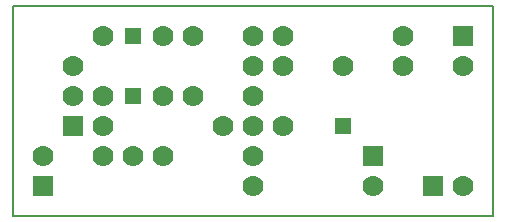
<source format=gtl>
G75*
%MOIN*%
%OFA0B0*%
%FSLAX25Y25*%
%IPPOS*%
%LPD*%
%AMOC8*
5,1,8,0,0,1.08239X$1,22.5*
%
%ADD10C,0.00551*%
%ADD11R,0.07000X0.07000*%
%ADD12C,0.07000*%
%ADD13R,0.05543X0.05543*%
D10*
X0002902Y0002333D02*
X0162902Y0002333D01*
X0162902Y0072333D01*
X0002902Y0072333D01*
X0002902Y0072333D01*
X0002902Y0002333D01*
D11*
X0012902Y0012333D03*
X0022902Y0032333D03*
X0122902Y0022333D03*
X0142902Y0012333D03*
X0152902Y0062333D03*
D12*
X0132902Y0062333D03*
X0132902Y0052333D03*
X0152902Y0052333D03*
X0152902Y0052333D03*
X0112902Y0052333D03*
X0092902Y0052333D03*
X0082902Y0052333D03*
X0082902Y0062333D03*
X0092902Y0062333D03*
X0062902Y0062333D03*
X0052902Y0062333D03*
X0032902Y0062333D03*
X0022902Y0052333D03*
X0022902Y0042333D03*
X0032902Y0042333D03*
X0052902Y0042333D03*
X0062902Y0042333D03*
X0082902Y0042333D03*
X0082902Y0032333D03*
X0092902Y0032333D03*
X0082902Y0022333D03*
X0072902Y0032333D03*
X0052902Y0022333D03*
X0042902Y0022333D03*
X0032902Y0022333D03*
X0012902Y0022333D03*
X0032902Y0032333D03*
X0082902Y0012333D03*
X0122902Y0012333D03*
X0152902Y0012333D03*
D13*
X0112902Y0032333D03*
X0042902Y0042333D03*
X0042902Y0062333D03*
M02*

</source>
